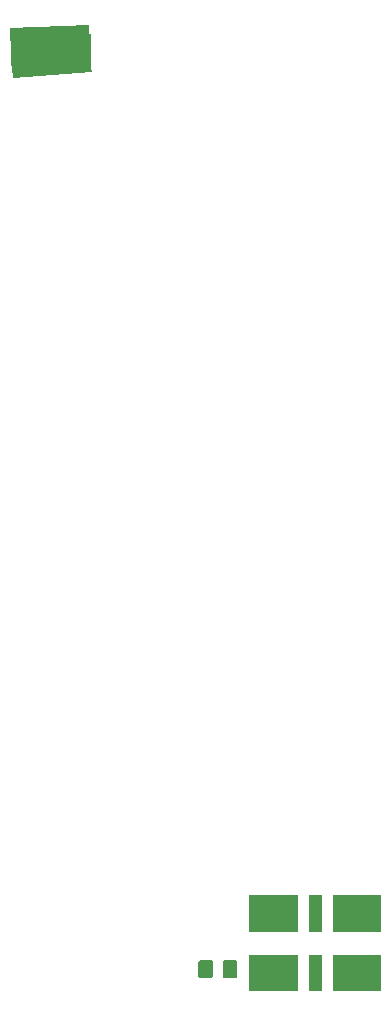
<source format=gbr>
G04 #@! TF.GenerationSoftware,KiCad,Pcbnew,5.1.4+dfsg1-1*
G04 #@! TF.CreationDate,2019-11-22T10:50:05-08:00*
G04 #@! TF.ProjectId,mrfixit,6d726669-7869-4742-9e6b-696361645f70,rev?*
G04 #@! TF.SameCoordinates,Original*
G04 #@! TF.FileFunction,Soldermask,Bot*
G04 #@! TF.FilePolarity,Negative*
%FSLAX46Y46*%
G04 Gerber Fmt 4.6, Leading zero omitted, Abs format (unit mm)*
G04 Created by KiCad (PCBNEW 5.1.4+dfsg1-1) date 2019-11-22 10:50:05*
%MOMM*%
%LPD*%
G04 APERTURE LIST*
%ADD10C,0.100000*%
G04 APERTURE END LIST*
D10*
G36*
X129641000Y-136181000D02*
G01*
X128539000Y-136181000D01*
X128539000Y-133079000D01*
X129641000Y-133079000D01*
X129641000Y-136181000D01*
X129641000Y-136181000D01*
G37*
G36*
X127601000Y-136181000D02*
G01*
X123499000Y-136181000D01*
X123499000Y-133079000D01*
X127601000Y-133079000D01*
X127601000Y-136181000D01*
X127601000Y-136181000D01*
G37*
G36*
X134681000Y-136181000D02*
G01*
X130579000Y-136181000D01*
X130579000Y-133079000D01*
X134681000Y-133079000D01*
X134681000Y-136181000D01*
X134681000Y-136181000D01*
G37*
G36*
X120288674Y-133563465D02*
G01*
X120326367Y-133574899D01*
X120361103Y-133593466D01*
X120391548Y-133618452D01*
X120416534Y-133648897D01*
X120435101Y-133683633D01*
X120446535Y-133721326D01*
X120451000Y-133766661D01*
X120451000Y-134853339D01*
X120446535Y-134898674D01*
X120435101Y-134936367D01*
X120416534Y-134971103D01*
X120391548Y-135001548D01*
X120361103Y-135026534D01*
X120326367Y-135045101D01*
X120288674Y-135056535D01*
X120243339Y-135061000D01*
X119406661Y-135061000D01*
X119361326Y-135056535D01*
X119323633Y-135045101D01*
X119288897Y-135026534D01*
X119258452Y-135001548D01*
X119233466Y-134971103D01*
X119214899Y-134936367D01*
X119203465Y-134898674D01*
X119199000Y-134853339D01*
X119199000Y-133766661D01*
X119203465Y-133721326D01*
X119214899Y-133683633D01*
X119233466Y-133648897D01*
X119258452Y-133618452D01*
X119288897Y-133593466D01*
X119323633Y-133574899D01*
X119361326Y-133563465D01*
X119406661Y-133559000D01*
X120243339Y-133559000D01*
X120288674Y-133563465D01*
X120288674Y-133563465D01*
G37*
G36*
X122338674Y-133563465D02*
G01*
X122376367Y-133574899D01*
X122411103Y-133593466D01*
X122441548Y-133618452D01*
X122466534Y-133648897D01*
X122485101Y-133683633D01*
X122496535Y-133721326D01*
X122501000Y-133766661D01*
X122501000Y-134853339D01*
X122496535Y-134898674D01*
X122485101Y-134936367D01*
X122466534Y-134971103D01*
X122441548Y-135001548D01*
X122411103Y-135026534D01*
X122376367Y-135045101D01*
X122338674Y-135056535D01*
X122293339Y-135061000D01*
X121456661Y-135061000D01*
X121411326Y-135056535D01*
X121373633Y-135045101D01*
X121338897Y-135026534D01*
X121308452Y-135001548D01*
X121283466Y-134971103D01*
X121264899Y-134936367D01*
X121253465Y-134898674D01*
X121249000Y-134853339D01*
X121249000Y-133766661D01*
X121253465Y-133721326D01*
X121264899Y-133683633D01*
X121283466Y-133648897D01*
X121308452Y-133618452D01*
X121338897Y-133593466D01*
X121373633Y-133574899D01*
X121411326Y-133563465D01*
X121456661Y-133559000D01*
X122293339Y-133559000D01*
X122338674Y-133563465D01*
X122338674Y-133563465D01*
G37*
G36*
X127601000Y-131141000D02*
G01*
X123499000Y-131141000D01*
X123499000Y-128039000D01*
X127601000Y-128039000D01*
X127601000Y-131141000D01*
X127601000Y-131141000D01*
G37*
G36*
X129641000Y-131141000D02*
G01*
X128539000Y-131141000D01*
X128539000Y-128039000D01*
X129641000Y-128039000D01*
X129641000Y-131141000D01*
X129641000Y-131141000D01*
G37*
G36*
X134681000Y-131141000D02*
G01*
X130579000Y-131141000D01*
X130579000Y-128039000D01*
X134681000Y-128039000D01*
X134681000Y-131141000D01*
X134681000Y-131141000D01*
G37*
G36*
X109900360Y-54365556D02*
G01*
X109900361Y-54365561D01*
X109942280Y-55012089D01*
X109946255Y-55036268D01*
X109954870Y-55059208D01*
X109967795Y-55080026D01*
X109984533Y-55097922D01*
X110004441Y-55112209D01*
X110026754Y-55122338D01*
X110050614Y-55127919D01*
X110067017Y-55129000D01*
X110071000Y-55129000D01*
X110071000Y-56993299D01*
X110071262Y-57001387D01*
X110131065Y-57923724D01*
X110160000Y-58370000D01*
X103510000Y-58830000D01*
X103452748Y-57947898D01*
X103448772Y-57923724D01*
X103440155Y-57900785D01*
X103427229Y-57879968D01*
X103410489Y-57862072D01*
X103390580Y-57847787D01*
X103369000Y-57837992D01*
X103369000Y-56661615D01*
X103368738Y-56653519D01*
X103240397Y-54676122D01*
X103240397Y-54676119D01*
X103240000Y-54670000D01*
X103246702Y-54669688D01*
X109893867Y-54360285D01*
X109893872Y-54360285D01*
X109900000Y-54360000D01*
X109900360Y-54365556D01*
X109900360Y-54365556D01*
G37*
M02*

</source>
